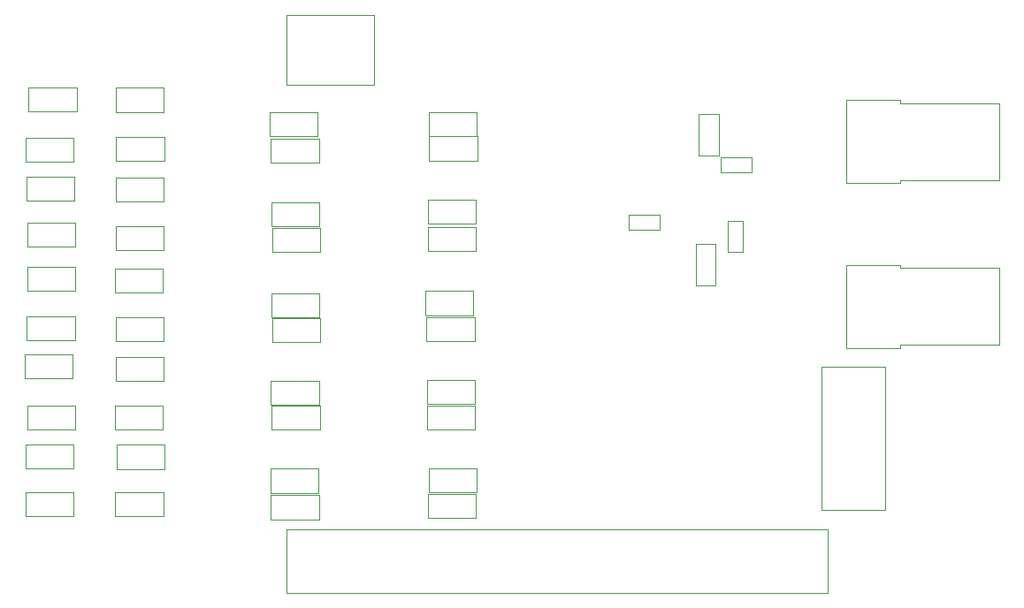
<source format=gbr>
G04 #@! TF.GenerationSoftware,KiCad,Pcbnew,9.0.0*
G04 #@! TF.CreationDate,2025-07-18T15:04:11-05:00*
G04 #@! TF.ProjectId,txfilters,74786669-6c74-4657-9273-2e6b69636164,rev?*
G04 #@! TF.SameCoordinates,Original*
G04 #@! TF.FileFunction,Other,User*
%FSLAX46Y46*%
G04 Gerber Fmt 4.6, Leading zero omitted, Abs format (unit mm)*
G04 Created by KiCad (PCBNEW 9.0.0) date 2025-07-18 15:04:11*
%MOMM*%
%LPD*%
G01*
G04 APERTURE LIST*
%ADD10C,0.050000*%
G04 APERTURE END LIST*
D10*
G04 #@! TO.C,J3*
X180737500Y-132205000D02*
X180737500Y-124205000D01*
X185937500Y-124205000D02*
X180737500Y-124205000D01*
X185937500Y-124205000D02*
X185937500Y-124525000D01*
X185937500Y-124525000D02*
X195457500Y-124525000D01*
X185937500Y-131885000D02*
X185937500Y-132205000D01*
X185937500Y-132205000D02*
X180737500Y-132205000D01*
X195457500Y-124525000D02*
X195457500Y-131885000D01*
X195457500Y-131885000D02*
X185937500Y-131885000D01*
G04 #@! TO.C,J2*
X180737500Y-116395000D02*
X180737500Y-108395000D01*
X185937500Y-108395000D02*
X180737500Y-108395000D01*
X185937500Y-108395000D02*
X185937500Y-108715000D01*
X185937500Y-108715000D02*
X195457500Y-108715000D01*
X185937500Y-116075000D02*
X185937500Y-116395000D01*
X185937500Y-116395000D02*
X180737500Y-116395000D01*
X195457500Y-108715000D02*
X195457500Y-116075000D01*
X195457500Y-116075000D02*
X185937500Y-116075000D01*
G04 #@! TO.C,C31*
X140745000Y-117995000D02*
X140745000Y-120295000D01*
X140745000Y-120295000D02*
X145345000Y-120295000D01*
X145345000Y-117995000D02*
X140745000Y-117995000D01*
X145345000Y-120295000D02*
X145345000Y-117995000D01*
G04 #@! TO.C,C19*
X110765000Y-137655000D02*
X110765000Y-139955000D01*
X110765000Y-139955000D02*
X115365000Y-139955000D01*
X115365000Y-137655000D02*
X110765000Y-137655000D01*
X115365000Y-139955000D02*
X115365000Y-137655000D01*
G04 #@! TO.C,C8*
X159949000Y-119373000D02*
X159949000Y-120833000D01*
X159949000Y-120833000D02*
X162909000Y-120833000D01*
X162909000Y-119373000D02*
X159949000Y-119373000D01*
X162909000Y-120833000D02*
X162909000Y-119373000D01*
G04 #@! TO.C,C33*
X102305000Y-115735000D02*
X102305000Y-118035000D01*
X102305000Y-118035000D02*
X106905000Y-118035000D01*
X106905000Y-115735000D02*
X102305000Y-115735000D01*
X106905000Y-118035000D02*
X106905000Y-115735000D01*
G04 #@! TO.C,C18*
X125775000Y-137680000D02*
X125775000Y-139980000D01*
X125775000Y-139980000D02*
X130375000Y-139980000D01*
X130375000Y-137680000D02*
X125775000Y-137680000D01*
X130375000Y-139980000D02*
X130375000Y-137680000D01*
G04 #@! TO.C,C1*
X140845000Y-111905000D02*
X140845000Y-114205000D01*
X140845000Y-114205000D02*
X145445000Y-114205000D01*
X145445000Y-111905000D02*
X140845000Y-111905000D01*
X145445000Y-114205000D02*
X145445000Y-111905000D01*
G04 #@! TO.C,C42*
X140621000Y-135251000D02*
X140621000Y-137551000D01*
X140621000Y-137551000D02*
X145221000Y-137551000D01*
X145221000Y-135251000D02*
X140621000Y-135251000D01*
X145221000Y-137551000D02*
X145221000Y-135251000D01*
G04 #@! TO.C,C45*
X125635000Y-143743000D02*
X125635000Y-146043000D01*
X125635000Y-146043000D02*
X130235000Y-146043000D01*
X130235000Y-143743000D02*
X125635000Y-143743000D01*
X130235000Y-146043000D02*
X130235000Y-143743000D01*
G04 #@! TO.C,C13*
X140595000Y-129225000D02*
X140595000Y-131525000D01*
X140595000Y-131525000D02*
X145195000Y-131525000D01*
X145195000Y-129225000D02*
X140595000Y-129225000D01*
X145195000Y-131525000D02*
X145195000Y-129225000D01*
G04 #@! TO.C,C36*
X125759000Y-126931000D02*
X125759000Y-129231000D01*
X125759000Y-129231000D02*
X130359000Y-129231000D01*
X130359000Y-126931000D02*
X125759000Y-126931000D01*
X130359000Y-129231000D02*
X130359000Y-126931000D01*
G04 #@! TO.C,C44*
X102175000Y-146009000D02*
X102175000Y-148309000D01*
X102175000Y-148309000D02*
X106775000Y-148309000D01*
X106775000Y-146009000D02*
X102175000Y-146009000D01*
X106775000Y-148309000D02*
X106775000Y-146009000D01*
G04 #@! TO.C,C17*
X140655000Y-137665000D02*
X140655000Y-139965000D01*
X140655000Y-139965000D02*
X145255000Y-139965000D01*
X145255000Y-137665000D02*
X140655000Y-137665000D01*
X145255000Y-139965000D02*
X145255000Y-137665000D01*
G04 #@! TO.C,C35*
X140491000Y-126725000D02*
X140491000Y-129025000D01*
X140491000Y-129025000D02*
X145091000Y-129025000D01*
X145091000Y-126725000D02*
X140491000Y-126725000D01*
X145091000Y-129025000D02*
X145091000Y-126725000D01*
G04 #@! TO.C,C23*
X110785000Y-145995000D02*
X110785000Y-148295000D01*
X110785000Y-148295000D02*
X115385000Y-148295000D01*
X115385000Y-145995000D02*
X110785000Y-145995000D01*
X115385000Y-148295000D02*
X115385000Y-145995000D01*
G04 #@! TO.C,C4*
X125695000Y-112085000D02*
X125695000Y-114385000D01*
X125695000Y-114385000D02*
X130295000Y-114385000D01*
X130295000Y-112085000D02*
X125695000Y-112085000D01*
X130295000Y-114385000D02*
X130295000Y-112085000D01*
G04 #@! TO.C,C7*
X110845000Y-107245000D02*
X110845000Y-109545000D01*
X110845000Y-109545000D02*
X115445000Y-109545000D01*
X115445000Y-107245000D02*
X110845000Y-107245000D01*
X115445000Y-109545000D02*
X115445000Y-107245000D01*
G04 #@! TO.C,C41*
X125697000Y-135313000D02*
X125697000Y-137613000D01*
X125697000Y-137613000D02*
X130297000Y-137613000D01*
X130297000Y-135313000D02*
X125697000Y-135313000D01*
X130297000Y-137613000D02*
X130297000Y-135313000D01*
G04 #@! TO.C,C34*
X102391000Y-120169000D02*
X102391000Y-122469000D01*
X102391000Y-122469000D02*
X106991000Y-122469000D01*
X106991000Y-120169000D02*
X102391000Y-120169000D01*
X106991000Y-122469000D02*
X106991000Y-120169000D01*
G04 #@! TO.C,R6*
X168725000Y-113885000D02*
X168725000Y-115345000D01*
X168725000Y-115345000D02*
X171685000Y-115345000D01*
X171685000Y-113885000D02*
X168725000Y-113885000D01*
X171685000Y-115345000D02*
X171685000Y-113885000D01*
G04 #@! TO.C,D1*
X166390000Y-126221000D02*
X166390000Y-122221000D01*
X168290000Y-122221000D02*
X166390000Y-122221000D01*
X168290000Y-126221000D02*
X166390000Y-126221000D01*
X168290000Y-126221000D02*
X168290000Y-122221000D01*
G04 #@! TO.C,D2*
X166669000Y-109725000D02*
X166669000Y-113725000D01*
X166669000Y-109725000D02*
X168569000Y-109725000D01*
X166669000Y-113725000D02*
X168569000Y-113725000D01*
X168569000Y-109725000D02*
X168569000Y-113725000D01*
G04 #@! TO.C,C5*
X110875000Y-111955000D02*
X110875000Y-114255000D01*
X110875000Y-114255000D02*
X115475000Y-114255000D01*
X115475000Y-111955000D02*
X110875000Y-111955000D01*
X115475000Y-114255000D02*
X115475000Y-111955000D01*
G04 #@! TO.C,J4*
X178440000Y-133953600D02*
X178440000Y-147653600D01*
X178440000Y-147653600D02*
X184540000Y-147653600D01*
X184540000Y-133953600D02*
X178440000Y-133953600D01*
X184540000Y-147653600D02*
X184540000Y-133953600D01*
G04 #@! TO.C,C10*
X125835000Y-120670000D02*
X125835000Y-122970000D01*
X125835000Y-122970000D02*
X130435000Y-122970000D01*
X130435000Y-120670000D02*
X125835000Y-120670000D01*
X130435000Y-122970000D02*
X130435000Y-120670000D01*
G04 #@! TO.C,C24*
X110915000Y-141455000D02*
X110915000Y-143755000D01*
X110915000Y-143755000D02*
X115515000Y-143755000D01*
X115515000Y-141455000D02*
X110915000Y-141455000D01*
X115515000Y-143755000D02*
X115515000Y-141455000D01*
G04 #@! TO.C,C32*
X125759000Y-118233000D02*
X125759000Y-120533000D01*
X125759000Y-120533000D02*
X130359000Y-120533000D01*
X130359000Y-118233000D02*
X125759000Y-118233000D01*
X130359000Y-120533000D02*
X130359000Y-118233000D01*
G04 #@! TO.C,C46*
X140775000Y-143709000D02*
X140775000Y-146009000D01*
X140775000Y-146009000D02*
X145375000Y-146009000D01*
X145375000Y-143709000D02*
X140775000Y-143709000D01*
X145375000Y-146009000D02*
X145375000Y-143709000D01*
G04 #@! TO.C,C29*
X102199000Y-112041000D02*
X102199000Y-114341000D01*
X102199000Y-114341000D02*
X106799000Y-114341000D01*
X106799000Y-112041000D02*
X102199000Y-112041000D01*
X106799000Y-114341000D02*
X106799000Y-112041000D01*
G04 #@! TO.C,C21*
X140725000Y-146135000D02*
X140725000Y-148435000D01*
X140725000Y-148435000D02*
X145325000Y-148435000D01*
X145325000Y-146135000D02*
X140725000Y-146135000D01*
X145325000Y-148435000D02*
X145325000Y-146135000D01*
G04 #@! TO.C,C12*
X110845000Y-115835000D02*
X110845000Y-118135000D01*
X110845000Y-118135000D02*
X115445000Y-118135000D01*
X115445000Y-115835000D02*
X110845000Y-115835000D01*
X115445000Y-118135000D02*
X115445000Y-115835000D01*
G04 #@! TO.C,C15*
X110845000Y-129235000D02*
X110845000Y-131535000D01*
X110845000Y-131535000D02*
X115445000Y-131535000D01*
X115445000Y-129235000D02*
X110845000Y-129235000D01*
X115445000Y-131535000D02*
X115445000Y-129235000D01*
G04 #@! TO.C,C16*
X110765000Y-124585000D02*
X110765000Y-126885000D01*
X110765000Y-126885000D02*
X115365000Y-126885000D01*
X115365000Y-124585000D02*
X110765000Y-124585000D01*
X115365000Y-126885000D02*
X115365000Y-124585000D01*
G04 #@! TO.C,J5*
X127199000Y-100235000D02*
X135599000Y-100235000D01*
X127199000Y-106985000D02*
X127199000Y-100235000D01*
X135599000Y-100235000D02*
X135599000Y-106985000D01*
X135599000Y-106985000D02*
X127199000Y-106985000D01*
G04 #@! TO.C,C25*
X140807000Y-109597000D02*
X140807000Y-111897000D01*
X140807000Y-111897000D02*
X145407000Y-111897000D01*
X145407000Y-109597000D02*
X140807000Y-109597000D01*
X145407000Y-111897000D02*
X145407000Y-109597000D01*
G04 #@! TO.C,C11*
X110855000Y-120505000D02*
X110855000Y-122805000D01*
X110855000Y-122805000D02*
X115455000Y-122805000D01*
X115455000Y-120505000D02*
X110855000Y-120505000D01*
X115455000Y-122805000D02*
X115455000Y-120505000D01*
G04 #@! TO.C,C9*
X140715000Y-120615000D02*
X140715000Y-122915000D01*
X140715000Y-122915000D02*
X145315000Y-122915000D01*
X145315000Y-120615000D02*
X140715000Y-120615000D01*
X145315000Y-122915000D02*
X145315000Y-120615000D01*
G04 #@! TO.C,C30*
X102497000Y-107195000D02*
X102497000Y-109495000D01*
X102497000Y-109495000D02*
X107097000Y-109495000D01*
X107097000Y-107195000D02*
X102497000Y-107195000D01*
X107097000Y-109495000D02*
X107097000Y-107195000D01*
G04 #@! TO.C,C39*
X102113000Y-132801000D02*
X102113000Y-135101000D01*
X102113000Y-135101000D02*
X106713000Y-135101000D01*
X106713000Y-132801000D02*
X102113000Y-132801000D01*
X106713000Y-135101000D02*
X106713000Y-132801000D01*
G04 #@! TO.C,C28*
X125567000Y-109549000D02*
X125567000Y-111849000D01*
X125567000Y-111849000D02*
X130167000Y-111849000D01*
X130167000Y-109549000D02*
X125567000Y-109549000D01*
X130167000Y-111849000D02*
X130167000Y-109549000D01*
G04 #@! TO.C,C37*
X102329000Y-129155000D02*
X102329000Y-131455000D01*
X102329000Y-131455000D02*
X106929000Y-131455000D01*
X106929000Y-129155000D02*
X102329000Y-129155000D01*
X106929000Y-131455000D02*
X106929000Y-129155000D01*
G04 #@! TO.C,C40*
X102367000Y-137675000D02*
X102367000Y-139975000D01*
X102367000Y-139975000D02*
X106967000Y-139975000D01*
X106967000Y-137675000D02*
X102367000Y-137675000D01*
X106967000Y-139975000D02*
X106967000Y-137675000D01*
G04 #@! TO.C,C43*
X102175000Y-141389000D02*
X102175000Y-143689000D01*
X102175000Y-143689000D02*
X106775000Y-143689000D01*
X106775000Y-141389000D02*
X102175000Y-141389000D01*
X106775000Y-143689000D02*
X106775000Y-141389000D01*
G04 #@! TO.C,J1*
X127180000Y-149570000D02*
X127180000Y-155670000D01*
X127180000Y-155670000D02*
X178980000Y-155670000D01*
X178980000Y-149570000D02*
X127180000Y-149570000D01*
X178980000Y-155670000D02*
X178980000Y-149570000D01*
G04 #@! TO.C,C20*
X110805000Y-133055000D02*
X110805000Y-135355000D01*
X110805000Y-135355000D02*
X115405000Y-135355000D01*
X115405000Y-133055000D02*
X110805000Y-133055000D01*
X115405000Y-135355000D02*
X115405000Y-133055000D01*
G04 #@! TO.C,C14*
X125835000Y-129315000D02*
X125835000Y-131615000D01*
X125835000Y-131615000D02*
X130435000Y-131615000D01*
X130435000Y-129315000D02*
X125835000Y-129315000D01*
X130435000Y-131615000D02*
X130435000Y-129315000D01*
G04 #@! TO.C,R5*
X169413000Y-120001000D02*
X169413000Y-122961000D01*
X169413000Y-122961000D02*
X170873000Y-122961000D01*
X170873000Y-120001000D02*
X169413000Y-120001000D01*
X170873000Y-122961000D02*
X170873000Y-120001000D01*
G04 #@! TO.C,C38*
X102367000Y-124371000D02*
X102367000Y-126671000D01*
X102367000Y-126671000D02*
X106967000Y-126671000D01*
X106967000Y-124371000D02*
X102367000Y-124371000D01*
X106967000Y-126671000D02*
X106967000Y-124371000D01*
G04 #@! TO.C,C22*
X125675000Y-146275000D02*
X125675000Y-148575000D01*
X125675000Y-148575000D02*
X130275000Y-148575000D01*
X130275000Y-146275000D02*
X125675000Y-146275000D01*
X130275000Y-148575000D02*
X130275000Y-146275000D01*
G04 #@! TD*
M02*

</source>
